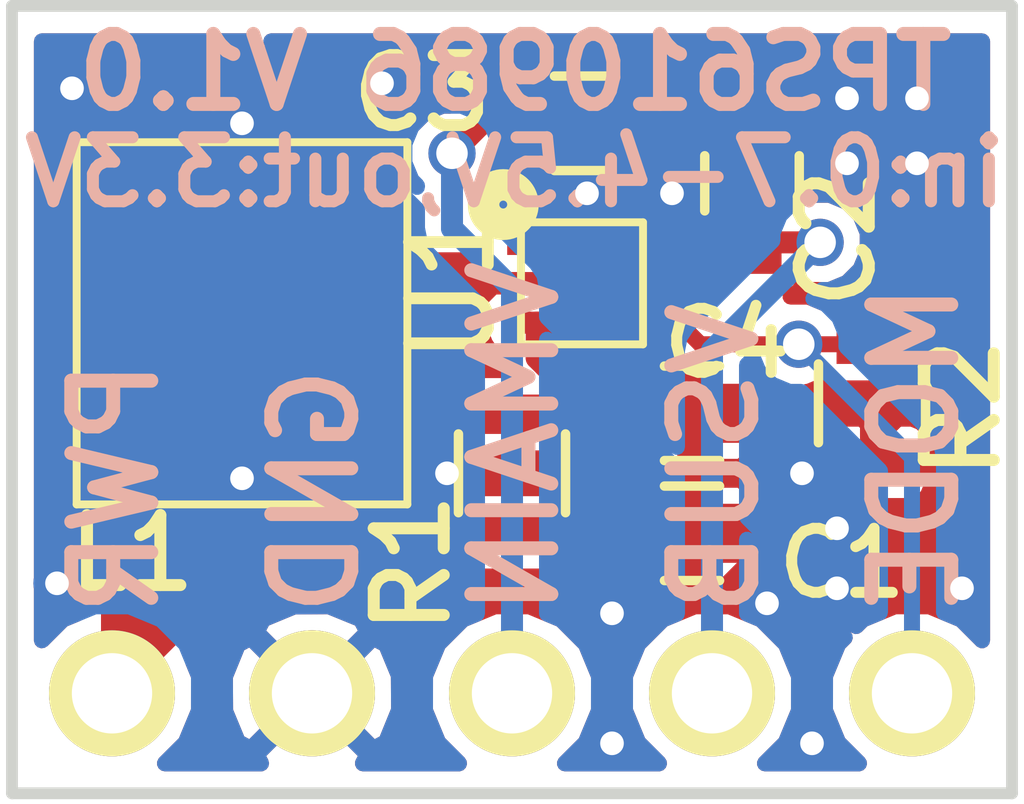
<source format=kicad_pcb>
(kicad_pcb (version 4) (host pcbnew 4.0.1-stable)

  (general
    (links 40)
    (no_connects 0)
    (area 49.924999 139.924999 62.775001 150.075001)
    (thickness 1.6)
    (drawings 11)
    (tracks 99)
    (zones 0)
    (modules 29)
    (nets 8)
  )

  (page A4)
  (layers
    (0 F.Cu signal)
    (31 B.Cu signal)
    (32 B.Adhes user)
    (33 F.Adhes user)
    (34 B.Paste user)
    (35 F.Paste user)
    (36 B.SilkS user)
    (37 F.SilkS user)
    (38 B.Mask user)
    (39 F.Mask user)
    (40 Dwgs.User user)
    (41 Cmts.User user)
    (42 Eco1.User user)
    (43 Eco2.User user)
    (44 Edge.Cuts user)
    (45 Margin user)
    (46 B.CrtYd user)
    (47 F.CrtYd user)
    (48 B.Fab user)
    (49 F.Fab user hide)
  )

  (setup
    (last_trace_width 0.2032)
    (trace_clearance 0.1778)
    (zone_clearance 0.2032)
    (zone_45_only no)
    (trace_min 0.2)
    (segment_width 0.2)
    (edge_width 0.15)
    (via_size 0.6)
    (via_drill 0.4)
    (via_min_size 0.4)
    (via_min_drill 0.3)
    (uvia_size 0.3)
    (uvia_drill 0.1)
    (uvias_allowed no)
    (uvia_min_size 0.2)
    (uvia_min_drill 0.1)
    (pcb_text_width 0.3)
    (pcb_text_size 1.5 1.5)
    (mod_edge_width 0.15)
    (mod_text_size 1 1)
    (mod_text_width 0.15)
    (pad_size 0.6 0.6)
    (pad_drill 0.3)
    (pad_to_mask_clearance 0.2)
    (aux_axis_origin 0 0)
    (visible_elements 7FFFFF7F)
    (pcbplotparams
      (layerselection 0x010f0_80000001)
      (usegerberextensions true)
      (excludeedgelayer true)
      (linewidth 0.100000)
      (plotframeref false)
      (viasonmask false)
      (mode 1)
      (useauxorigin false)
      (hpglpennumber 1)
      (hpglpenspeed 20)
      (hpglpendiameter 15)
      (hpglpenoverlay 2)
      (psnegative false)
      (psa4output false)
      (plotreference true)
      (plotvalue true)
      (plotinvisibletext false)
      (padsonsilk false)
      (subtractmaskfromsilk true)
      (outputformat 1)
      (mirror false)
      (drillshape 0)
      (scaleselection 1)
      (outputdirectory gerber))
  )

  (net 0 "")
  (net 1 GND)
  (net 2 VCC)
  (net 3 +3.3VP)
  (net 4 +3V3)
  (net 5 "Net-(C4-Pad1)")
  (net 6 "Net-(L1-Pad2)")
  (net 7 /MODE)

  (net_class Default "これは標準のネット クラスです。"
    (clearance 0.1778)
    (trace_width 0.2032)
    (via_dia 0.6)
    (via_drill 0.4)
    (uvia_dia 0.3)
    (uvia_drill 0.1)
    (add_net /MODE)
  )

  (net_class Power ""
    (clearance 0.1778)
    (trace_width 0.2794)
    (via_dia 0.6)
    (via_drill 0.4)
    (uvia_dia 0.3)
    (uvia_drill 0.1)
    (add_net +3.3VP)
    (add_net +3V3)
    (add_net GND)
    (add_net "Net-(C4-Pad1)")
    (add_net "Net-(L1-Pad2)")
    (add_net VCC)
  )

  (module user:USER_GNDvia (layer F.Cu) (tedit 5A0AF1A5) (tstamp 5A0BFCDB)
    (at 55.5245 145.936)
    (fp_text reference 34 (at 0 0.5) (layer F.Fab) hide
      (effects (font (size 0.127 0.127) (thickness 0.03175)))
    )
    (fp_text value "" (at 0 -0.5) (layer F.Fab) hide
      (effects (font (size 0.127 0.127) (thickness 0.03175)))
    )
    (pad "" thru_hole circle (at 0 0) (size 0.6 0.6) (drill 0.3) (layers *.Cu)
      (net 1 GND) (solder_mask_margin -0.000001) (clearance -0.000001) (zone_connect 2))
  )

  (module user:USER_GNDvia (layer F.Cu) (tedit 5A0AF1A5) (tstamp 5A0BFC49)
    (at 57.62 149.365)
    (fp_text reference 55 (at 0 0.5) (layer F.Fab) hide
      (effects (font (size 0.127 0.127) (thickness 0.03175)))
    )
    (fp_text value "" (at 0 -0.5) (layer F.Fab) hide
      (effects (font (size 0.127 0.127) (thickness 0.03175)))
    )
    (pad "" thru_hole circle (at 0 0) (size 0.6 0.6) (drill 0.3) (layers *.Cu)
      (net 1 GND) (solder_mask_margin -0.000001) (clearance -0.000001) (zone_connect 2))
  )

  (module user:USER_GNDvia (layer F.Cu) (tedit 5A0AF1A5) (tstamp 5A0BFC45)
    (at 59.5885 147.587)
    (fp_text reference 45 (at 0 0.5) (layer F.Fab) hide
      (effects (font (size 0.127 0.127) (thickness 0.03175)))
    )
    (fp_text value "" (at 0 -0.5) (layer F.Fab) hide
      (effects (font (size 0.127 0.127) (thickness 0.03175)))
    )
    (pad "" thru_hole circle (at 0 0) (size 0.6 0.6) (drill 0.3) (layers *.Cu)
      (net 1 GND) (solder_mask_margin -0.000001) (clearance -0.000001) (zone_connect 2))
  )

  (module user:USER_GNDvia (layer F.Cu) (tedit 5A0AF1A5) (tstamp 5A0BFC41)
    (at 50.762 141.0465)
    (fp_text reference 35 (at 0 0.5) (layer F.Fab) hide
      (effects (font (size 0.127 0.127) (thickness 0.03175)))
    )
    (fp_text value "" (at 0 -0.5) (layer F.Fab) hide
      (effects (font (size 0.127 0.127) (thickness 0.03175)))
    )
    (pad "" thru_hole circle (at 0 0) (size 0.6 0.6) (drill 0.3) (layers *.Cu)
      (net 1 GND) (solder_mask_margin -0.000001) (clearance -0.000001) (zone_connect 2))
  )

  (module user:USER_GNDvia (layer F.Cu) (tedit 5A0AF1A5) (tstamp 5A0BFC3D)
    (at 62.065 147.3965)
    (fp_text reference 25 (at 0 0.5) (layer F.Fab) hide
      (effects (font (size 0.127 0.127) (thickness 0.03175)))
    )
    (fp_text value "" (at 0 -0.5) (layer F.Fab) hide
      (effects (font (size 0.127 0.127) (thickness 0.03175)))
    )
    (pad "" thru_hole circle (at 0 0) (size 0.6 0.6) (drill 0.3) (layers *.Cu)
      (net 1 GND) (solder_mask_margin -0.000001) (clearance -0.000001) (zone_connect 2))
  )

  (module user:USER_GNDvia (layer F.Cu) (tedit 5A0AF1A5) (tstamp 5A0BFC39)
    (at 60.4775 147.3965)
    (fp_text reference 15 (at 0 0.5) (layer F.Fab) hide
      (effects (font (size 0.127 0.127) (thickness 0.03175)))
    )
    (fp_text value "" (at 0 -0.5) (layer F.Fab) hide
      (effects (font (size 0.127 0.127) (thickness 0.03175)))
    )
    (pad "" thru_hole circle (at 0 0) (size 0.6 0.6) (drill 0.3) (layers *.Cu)
      (net 1 GND) (solder_mask_margin -0.000001) (clearance -0.000001) (zone_connect 2))
  )

  (module user:USER_GNDvia (layer F.Cu) (tedit 5A0AF1A5) (tstamp 5A0BFC35)
    (at 52.921 141.491)
    (fp_text reference 54 (at 0 0.5) (layer F.Fab) hide
      (effects (font (size 0.127 0.127) (thickness 0.03175)))
    )
    (fp_text value "" (at 0 -0.5) (layer F.Fab) hide
      (effects (font (size 0.127 0.127) (thickness 0.03175)))
    )
    (pad "" thru_hole circle (at 0 0) (size 0.6 0.6) (drill 0.3) (layers *.Cu)
      (net 1 GND) (solder_mask_margin -0.000001) (clearance -0.000001) (zone_connect 2))
  )

  (module user:USER_GNDvia (layer F.Cu) (tedit 5A0AF1A5) (tstamp 5A0BFC31)
    (at 60.16 149.365)
    (fp_text reference 44 (at 0 0.5) (layer F.Fab) hide
      (effects (font (size 0.127 0.127) (thickness 0.03175)))
    )
    (fp_text value "" (at 0 -0.5) (layer F.Fab) hide
      (effects (font (size 0.127 0.127) (thickness 0.03175)))
    )
    (pad "" thru_hole circle (at 0 0) (size 0.6 0.6) (drill 0.3) (layers *.Cu)
      (net 1 GND) (solder_mask_margin -0.000001) (clearance -0.000001) (zone_connect 2))
  )

  (module user:USER_GNDvia (layer F.Cu) (tedit 5A0AF1A5) (tstamp 5A0BFC2D)
    (at 60.4775 146.6345)
    (fp_text reference 34 (at 0 0.5) (layer F.Fab) hide
      (effects (font (size 0.127 0.127) (thickness 0.03175)))
    )
    (fp_text value "" (at 0 -0.5) (layer F.Fab) hide
      (effects (font (size 0.127 0.127) (thickness 0.03175)))
    )
    (pad "" thru_hole circle (at 0 0) (size 0.6 0.6) (drill 0.3) (layers *.Cu)
      (net 1 GND) (solder_mask_margin -0.000001) (clearance -0.000001) (zone_connect 2))
  )

  (module user:USER_GNDvia (layer F.Cu) (tedit 5A0AF1A5) (tstamp 5A0BFC29)
    (at 60.6045 141.999)
    (fp_text reference 24 (at 0 0.5) (layer F.Fab) hide
      (effects (font (size 0.127 0.127) (thickness 0.03175)))
    )
    (fp_text value "" (at 0 -0.5) (layer F.Fab) hide
      (effects (font (size 0.127 0.127) (thickness 0.03175)))
    )
    (pad "" thru_hole circle (at 0 0) (size 0.6 0.6) (drill 0.3) (layers *.Cu)
      (net 1 GND) (solder_mask_margin -0.000001) (clearance -0.000001) (zone_connect 2))
  )

  (module user:USER_GNDvia (layer F.Cu) (tedit 5A0AF1A5) (tstamp 5A0BFC25)
    (at 61.4935 141.1735)
    (fp_text reference 14 (at 0 0.5) (layer F.Fab) hide
      (effects (font (size 0.127 0.127) (thickness 0.03175)))
    )
    (fp_text value "" (at 0 -0.5) (layer F.Fab) hide
      (effects (font (size 0.127 0.127) (thickness 0.03175)))
    )
    (pad "" thru_hole circle (at 0 0) (size 0.6 0.6) (drill 0.3) (layers *.Cu)
      (net 1 GND) (solder_mask_margin -0.000001) (clearance -0.000001) (zone_connect 2))
  )

  (module user:USER_GNDvia (layer F.Cu) (tedit 5A0AF1A5) (tstamp 5A0BFC19)
    (at 54.699 140.983)
    (fp_text reference 33 (at 0 0.5) (layer F.Fab) hide
      (effects (font (size 0.127 0.127) (thickness 0.03175)))
    )
    (fp_text value "" (at 0 -0.5) (layer F.Fab) hide
      (effects (font (size 0.127 0.127) (thickness 0.03175)))
    )
    (pad "" thru_hole circle (at 0 0) (size 0.6 0.6) (drill 0.3) (layers *.Cu)
      (net 1 GND) (solder_mask_margin -0.000001) (clearance -0.000001) (zone_connect 2))
  )

  (module user:USER_GNDvia (layer F.Cu) (tedit 5A0AF1A5) (tstamp 5A0BFC15)
    (at 61.4935 141.999)
    (fp_text reference 23 (at 0 0.5) (layer F.Fab) hide
      (effects (font (size 0.127 0.127) (thickness 0.03175)))
    )
    (fp_text value "" (at 0 -0.5) (layer F.Fab) hide
      (effects (font (size 0.127 0.127) (thickness 0.03175)))
    )
    (pad "" thru_hole circle (at 0 0) (size 0.6 0.6) (drill 0.3) (layers *.Cu)
      (net 1 GND) (solder_mask_margin -0.000001) (clearance -0.000001) (zone_connect 2))
  )

  (module user:USER_GNDvia (layer F.Cu) (tedit 5A0AF1A5) (tstamp 5A0BFC11)
    (at 60.6045 141.1735)
    (fp_text reference 13 (at 0 0.5) (layer F.Fab) hide
      (effects (font (size 0.127 0.127) (thickness 0.03175)))
    )
    (fp_text value "" (at 0 -0.5) (layer F.Fab) hide
      (effects (font (size 0.127 0.127) (thickness 0.03175)))
    )
    (pad "" thru_hole circle (at 0 0) (size 0.6 0.6) (drill 0.3) (layers *.Cu)
      (net 1 GND) (solder_mask_margin -0.000001) (clearance -0.000001) (zone_connect 2))
  )

  (module user:USER_GNDvia (layer F.Cu) (tedit 5A0AF1A5) (tstamp 5A0BFC05)
    (at 60.033 145.936)
    (fp_text reference 32 (at 0 0.5) (layer F.Fab) hide
      (effects (font (size 0.127 0.127) (thickness 0.03175)))
    )
    (fp_text value "" (at 0 -0.5) (layer F.Fab) hide
      (effects (font (size 0.127 0.127) (thickness 0.03175)))
    )
    (pad "" thru_hole circle (at 0 0) (size 0.6 0.6) (drill 0.3) (layers *.Cu)
      (net 1 GND) (solder_mask_margin -0.000001) (clearance -0.000001) (zone_connect 2))
  )

  (module user:USER_GNDvia (layer F.Cu) (tedit 5A0AF1A5) (tstamp 5A0BFC01)
    (at 52.921 145.9995)
    (fp_text reference 22 (at 0 0.5) (layer F.Fab) hide
      (effects (font (size 0.127 0.127) (thickness 0.03175)))
    )
    (fp_text value "" (at 0 -0.5) (layer F.Fab) hide
      (effects (font (size 0.127 0.127) (thickness 0.03175)))
    )
    (pad "" thru_hole circle (at 0 0) (size 0.6 0.6) (drill 0.3) (layers *.Cu)
      (net 1 GND) (solder_mask_margin -0.000001) (clearance -0.000001) (zone_connect 2))
  )

  (module user:USER_GNDvia (layer F.Cu) (tedit 5A0AF1A5) (tstamp 5A0BFBFD)
    (at 57.3025 142.38)
    (fp_text reference 12 (at 0 0.5) (layer F.Fab) hide
      (effects (font (size 0.127 0.127) (thickness 0.03175)))
    )
    (fp_text value "" (at 0 -0.5) (layer F.Fab) hide
      (effects (font (size 0.127 0.127) (thickness 0.03175)))
    )
    (pad "" thru_hole circle (at 0 0) (size 0.6 0.6) (drill 0.3) (layers *.Cu)
      (net 1 GND) (solder_mask_margin -0.000001) (clearance -0.000001) (zone_connect 2))
  )

  (module user:USER_GNDvia (layer F.Cu) (tedit 5A0AF1A5) (tstamp 5A0BFBF1)
    (at 57.62 147.714)
    (fp_text reference 31 (at 0 0.5) (layer F.Fab) hide
      (effects (font (size 0.127 0.127) (thickness 0.03175)))
    )
    (fp_text value "" (at 0 -0.5) (layer F.Fab) hide
      (effects (font (size 0.127 0.127) (thickness 0.03175)))
    )
    (pad "" thru_hole circle (at 0 0) (size 0.6 0.6) (drill 0.3) (layers *.Cu)
      (net 1 GND) (solder_mask_margin -0.000001) (clearance -0.000001) (zone_connect 2))
  )

  (module user:USER_GNDvia (layer F.Cu) (tedit 5A0AF1A5) (tstamp 5A0BFBED)
    (at 50.5715 147.333)
    (fp_text reference 21 (at 0 0.5) (layer F.Fab) hide
      (effects (font (size 0.127 0.127) (thickness 0.03175)))
    )
    (fp_text value "" (at 0 -0.5) (layer F.Fab) hide
      (effects (font (size 0.127 0.127) (thickness 0.03175)))
    )
    (pad "" thru_hole circle (at 0 0) (size 0.6 0.6) (drill 0.3) (layers *.Cu)
      (net 1 GND) (solder_mask_margin -0.000001) (clearance -0.000001) (zone_connect 2))
  )

  (module Capacitors_SMD:C_0603 (layer F.Cu) (tedit 5A0AEE0F) (tstamp 5A0BB295)
    (at 58.636 146.698)
    (descr "Capacitor SMD 0603, reflow soldering, AVX (see smccp.pdf)")
    (tags "capacitor 0603")
    (path /5A0AEE2E)
    (attr smd)
    (fp_text reference C1 (at 1.905 0.381) (layer F.SilkS)
      (effects (font (size 0.8128 0.8128) (thickness 0.1397)))
    )
    (fp_text value 10u (at 0 1.5) (layer F.Fab) hide
      (effects (font (size 1 1) (thickness 0.15)))
    )
    (fp_line (start 1.4 0.65) (end -1.4 0.65) (layer F.CrtYd) (width 0.05))
    (fp_line (start 1.4 0.65) (end 1.4 -0.65) (layer F.CrtYd) (width 0.05))
    (fp_line (start -1.4 -0.65) (end -1.4 0.65) (layer F.CrtYd) (width 0.05))
    (fp_line (start -1.4 -0.65) (end 1.4 -0.65) (layer F.CrtYd) (width 0.05))
    (fp_line (start 0.35 0.6) (end -0.35 0.6) (layer F.SilkS) (width 0.12))
    (fp_line (start -0.35 -0.6) (end 0.35 -0.6) (layer F.SilkS) (width 0.12))
    (fp_line (start -0.8 -0.4) (end 0.8 -0.4) (layer F.Fab) (width 0.1))
    (fp_line (start 0.8 -0.4) (end 0.8 0.4) (layer F.Fab) (width 0.1))
    (fp_line (start 0.8 0.4) (end -0.8 0.4) (layer F.Fab) (width 0.1))
    (fp_line (start -0.8 0.4) (end -0.8 -0.4) (layer F.Fab) (width 0.1))
    (fp_text user %R (at 0 0) (layer F.Fab)
      (effects (font (size 0.3 0.3) (thickness 0.075)))
    )
    (pad 2 smd rect (at 0.75 0) (size 0.8 0.75) (layers F.Cu F.Paste F.Mask)
      (net 1 GND))
    (pad 1 smd rect (at -0.75 0) (size 0.8 0.75) (layers F.Cu F.Paste F.Mask)
      (net 2 VCC))
    (model Capacitors_SMD.3dshapes/C_0603.wrl
      (at (xyz 0 0 0))
      (scale (xyz 1 1 1))
      (rotate (xyz 0 0 0))
    )
  )

  (module Capacitors_SMD:C_0603 (layer F.Cu) (tedit 5A0AF8BB) (tstamp 5A0BB2A6)
    (at 59.398 142.253 90)
    (descr "Capacitor SMD 0603, reflow soldering, AVX (see smccp.pdf)")
    (tags "capacitor 0603")
    (path /5A0AF5BC)
    (attr smd)
    (fp_text reference C2 (at -0.6985 1.0795 270) (layer F.SilkS)
      (effects (font (size 0.889 0.889) (thickness 0.1524)))
    )
    (fp_text value 1u (at 0 1.5 90) (layer F.Fab) hide
      (effects (font (size 1 1) (thickness 0.15)))
    )
    (fp_line (start 1.4 0.65) (end -1.4 0.65) (layer F.CrtYd) (width 0.05))
    (fp_line (start 1.4 0.65) (end 1.4 -0.65) (layer F.CrtYd) (width 0.05))
    (fp_line (start -1.4 -0.65) (end -1.4 0.65) (layer F.CrtYd) (width 0.05))
    (fp_line (start -1.4 -0.65) (end 1.4 -0.65) (layer F.CrtYd) (width 0.05))
    (fp_line (start 0.35 0.6) (end -0.35 0.6) (layer F.SilkS) (width 0.12))
    (fp_line (start -0.35 -0.6) (end 0.35 -0.6) (layer F.SilkS) (width 0.12))
    (fp_line (start -0.8 -0.4) (end 0.8 -0.4) (layer F.Fab) (width 0.1))
    (fp_line (start 0.8 -0.4) (end 0.8 0.4) (layer F.Fab) (width 0.1))
    (fp_line (start 0.8 0.4) (end -0.8 0.4) (layer F.Fab) (width 0.1))
    (fp_line (start -0.8 0.4) (end -0.8 -0.4) (layer F.Fab) (width 0.1))
    (fp_text user %R (at 0 0 90) (layer F.Fab)
      (effects (font (size 0.3 0.3) (thickness 0.075)))
    )
    (pad 2 smd rect (at 0.75 0 90) (size 0.8 0.75) (layers F.Cu F.Paste F.Mask)
      (net 1 GND))
    (pad 1 smd rect (at -0.75 0 90) (size 0.8 0.75) (layers F.Cu F.Paste F.Mask)
      (net 3 +3.3VP))
    (model Capacitors_SMD.3dshapes/C_0603.wrl
      (at (xyz 0 0 0))
      (scale (xyz 1 1 1))
      (rotate (xyz 0 0 0))
    )
  )

  (module Capacitors_SMD:C_0603 (layer F.Cu) (tedit 5A0AEE18) (tstamp 5A0BB2B7)
    (at 57.239 141.491)
    (descr "Capacitor SMD 0603, reflow soldering, AVX (see smccp.pdf)")
    (tags "capacitor 0603")
    (path /5A0B24F4)
    (attr smd)
    (fp_text reference C3 (at -2.032 -0.381 180) (layer F.SilkS)
      (effects (font (size 0.889 0.889) (thickness 0.1524)))
    )
    (fp_text value 10u (at 0 1.5) (layer F.Fab) hide
      (effects (font (size 1 1) (thickness 0.15)))
    )
    (fp_line (start 1.4 0.65) (end -1.4 0.65) (layer F.CrtYd) (width 0.05))
    (fp_line (start 1.4 0.65) (end 1.4 -0.65) (layer F.CrtYd) (width 0.05))
    (fp_line (start -1.4 -0.65) (end -1.4 0.65) (layer F.CrtYd) (width 0.05))
    (fp_line (start -1.4 -0.65) (end 1.4 -0.65) (layer F.CrtYd) (width 0.05))
    (fp_line (start 0.35 0.6) (end -0.35 0.6) (layer F.SilkS) (width 0.12))
    (fp_line (start -0.35 -0.6) (end 0.35 -0.6) (layer F.SilkS) (width 0.12))
    (fp_line (start -0.8 -0.4) (end 0.8 -0.4) (layer F.Fab) (width 0.1))
    (fp_line (start 0.8 -0.4) (end 0.8 0.4) (layer F.Fab) (width 0.1))
    (fp_line (start 0.8 0.4) (end -0.8 0.4) (layer F.Fab) (width 0.1))
    (fp_line (start -0.8 0.4) (end -0.8 -0.4) (layer F.Fab) (width 0.1))
    (fp_text user %R (at 0 0) (layer F.Fab)
      (effects (font (size 0.3 0.3) (thickness 0.075)))
    )
    (pad 2 smd rect (at 0.75 0) (size 0.8 0.75) (layers F.Cu F.Paste F.Mask)
      (net 1 GND))
    (pad 1 smd rect (at -0.75 0) (size 0.8 0.75) (layers F.Cu F.Paste F.Mask)
      (net 4 +3V3))
    (model Capacitors_SMD.3dshapes/C_0603.wrl
      (at (xyz 0 0 0))
      (scale (xyz 1 1 1))
      (rotate (xyz 0 0 0))
    )
  )

  (module Capacitors_SMD:C_0603 (layer F.Cu) (tedit 5A0AF8C7) (tstamp 5A0BB2C8)
    (at 58.636 145.174)
    (descr "Capacitor SMD 0603, reflow soldering, AVX (see smccp.pdf)")
    (tags "capacitor 0603")
    (path /5A0AF2BE)
    (attr smd)
    (fp_text reference C4 (at 0.4445 -0.889) (layer F.SilkS)
      (effects (font (size 0.8128 0.8128) (thickness 0.1397)))
    )
    (fp_text value 0.1u (at 0 1.5) (layer F.Fab) hide
      (effects (font (size 1 1) (thickness 0.15)))
    )
    (fp_line (start 1.4 0.65) (end -1.4 0.65) (layer F.CrtYd) (width 0.05))
    (fp_line (start 1.4 0.65) (end 1.4 -0.65) (layer F.CrtYd) (width 0.05))
    (fp_line (start -1.4 -0.65) (end -1.4 0.65) (layer F.CrtYd) (width 0.05))
    (fp_line (start -1.4 -0.65) (end 1.4 -0.65) (layer F.CrtYd) (width 0.05))
    (fp_line (start 0.35 0.6) (end -0.35 0.6) (layer F.SilkS) (width 0.12))
    (fp_line (start -0.35 -0.6) (end 0.35 -0.6) (layer F.SilkS) (width 0.12))
    (fp_line (start -0.8 -0.4) (end 0.8 -0.4) (layer F.Fab) (width 0.1))
    (fp_line (start 0.8 -0.4) (end 0.8 0.4) (layer F.Fab) (width 0.1))
    (fp_line (start 0.8 0.4) (end -0.8 0.4) (layer F.Fab) (width 0.1))
    (fp_line (start -0.8 0.4) (end -0.8 -0.4) (layer F.Fab) (width 0.1))
    (fp_text user %R (at 0 0) (layer F.Fab)
      (effects (font (size 0.3 0.3) (thickness 0.075)))
    )
    (pad 2 smd rect (at 0.75 0) (size 0.8 0.75) (layers F.Cu F.Paste F.Mask)
      (net 1 GND))
    (pad 1 smd rect (at -0.75 0) (size 0.8 0.75) (layers F.Cu F.Paste F.Mask)
      (net 5 "Net-(C4-Pad1)"))
    (model Capacitors_SMD.3dshapes/C_0603.wrl
      (at (xyz 0 0 0))
      (scale (xyz 1 1 1))
      (rotate (xyz 0 0 0))
    )
  )

  (module user:USER_L_SPD3D16 (layer F.Cu) (tedit 5A0AEE03) (tstamp 5A0BB2D7)
    (at 52.921 144.031 270)
    (descr "Inductor,TDK, TDK-VLP-8040, 8.6mmx8.6mm")
    (tags "inductor TDK VLP smd VLP8040")
    (path /5A0AE53E)
    (attr smd)
    (fp_text reference L1 (at 2.921 1.397 360) (layer F.SilkS)
      (effects (font (size 0.889 0.889) (thickness 0.1524)))
    )
    (fp_text value 4.7u (at 0 3 270) (layer F.Fab) hide
      (effects (font (size 1 1) (thickness 0.15)))
    )
    (fp_line (start -2.3 -2.1) (end -2.3 2.1) (layer F.SilkS) (width 0.1))
    (fp_line (start -2.3 2.1) (end 2.3 2.1) (layer F.SilkS) (width 0.1))
    (fp_line (start 2.3 2.1) (end 2.3 -2.1) (layer F.SilkS) (width 0.1))
    (fp_line (start 2.3 -2.1) (end -2.3 -2.1) (layer F.SilkS) (width 0.1))
    (fp_circle (center 0 0) (end 1.95 0) (layer F.Fab) (width 0.1))
    (fp_line (start -2.1 1.95) (end 2.1 1.95) (layer F.Fab) (width 0.1))
    (fp_line (start 2.1 1.95) (end 2.1 -1.95) (layer F.Fab) (width 0.1))
    (fp_line (start 2.1 -1.95) (end -2.1 -1.95) (layer F.Fab) (width 0.1))
    (fp_line (start -2.1 -1.95) (end -2.1 1.95) (layer F.Fab) (width 0.1))
    (pad 1 smd rect (at 0 1.3 270) (size 4.5 1.4) (layers F.Cu F.Paste F.Mask)
      (net 2 VCC))
    (pad 2 smd rect (at 0 -1.3 270) (size 4.5 1.4) (layers F.Cu F.Paste F.Mask)
      (net 6 "Net-(L1-Pad2)"))
  )

  (module user:USER_SIL-5_NoSilk (layer F.Cu) (tedit 5A0AE3C3) (tstamp 5A0BB2E4)
    (at 56.35 148.73)
    (descr "Connecteur 3 pins")
    (tags "CONN DEV")
    (path /5A0AFC12)
    (fp_text reference P1 (at 0 -2.032) (layer F.SilkS) hide
      (effects (font (size 1.016 1.016) (thickness 0.1778)))
    )
    (fp_text value PinHeader (at 0 2.54) (layer F.SilkS) hide
      (effects (font (size 1.016 1.016) (thickness 0.1778)))
    )
    (fp_line (start -6.35 1.27) (end -6.35 -1.27) (layer F.Fab) (width 0.3048))
    (fp_line (start -6.35 -1.27) (end 6.35 -1.27) (layer F.Fab) (width 0.3048))
    (fp_line (start 6.35 -1.27) (end 6.35 1.27) (layer F.Fab) (width 0.3048))
    (fp_line (start 6.35 1.27) (end -6.35 1.27) (layer F.Fab) (width 0.3048))
    (pad 1 thru_hole circle (at -5.08 0) (size 1.6 1.6) (drill 1.02) (layers *.Cu *.Mask F.SilkS)
      (net 2 VCC))
    (pad 2 thru_hole circle (at -2.54 0) (size 1.6 1.6) (drill 1.02) (layers *.Cu *.Mask F.SilkS)
      (net 1 GND))
    (pad 3 thru_hole circle (at 0 0) (size 1.6 1.6) (drill 1.02) (layers *.Cu *.Mask F.SilkS)
      (net 4 +3V3))
    (pad 4 thru_hole circle (at 2.54 0) (size 1.6 1.6) (drill 1.02) (layers *.Cu *.Mask F.SilkS)
      (net 3 +3.3VP))
    (pad 5 thru_hole circle (at 5.08 0) (size 1.6 1.6) (drill 1.02) (layers *.Cu *.Mask F.SilkS)
      (net 7 /MODE))
  )

  (module Resistors_SMD:R_0603 (layer F.Cu) (tedit 5A0AEDFC) (tstamp 5A0BB2F5)
    (at 56.35 145.936 90)
    (descr "Resistor SMD 0603, reflow soldering, Vishay (see dcrcw.pdf)")
    (tags "resistor 0603")
    (path /5A0AE79D)
    (attr smd)
    (fp_text reference R1 (at -1.143 -1.27 270) (layer F.SilkS)
      (effects (font (size 0.889 0.889) (thickness 0.1524)))
    )
    (fp_text value 390 (at 0 1.5 90) (layer F.Fab) hide
      (effects (font (size 1 1) (thickness 0.15)))
    )
    (fp_text user %R (at 0 0 90) (layer F.Fab)
      (effects (font (size 0.4 0.4) (thickness 0.075)))
    )
    (fp_line (start -0.8 0.4) (end -0.8 -0.4) (layer F.Fab) (width 0.1))
    (fp_line (start 0.8 0.4) (end -0.8 0.4) (layer F.Fab) (width 0.1))
    (fp_line (start 0.8 -0.4) (end 0.8 0.4) (layer F.Fab) (width 0.1))
    (fp_line (start -0.8 -0.4) (end 0.8 -0.4) (layer F.Fab) (width 0.1))
    (fp_line (start 0.5 0.68) (end -0.5 0.68) (layer F.SilkS) (width 0.12))
    (fp_line (start -0.5 -0.68) (end 0.5 -0.68) (layer F.SilkS) (width 0.12))
    (fp_line (start -1.25 -0.7) (end 1.25 -0.7) (layer F.CrtYd) (width 0.05))
    (fp_line (start -1.25 -0.7) (end -1.25 0.7) (layer F.CrtYd) (width 0.05))
    (fp_line (start 1.25 0.7) (end 1.25 -0.7) (layer F.CrtYd) (width 0.05))
    (fp_line (start 1.25 0.7) (end -1.25 0.7) (layer F.CrtYd) (width 0.05))
    (pad 1 smd rect (at -0.75 0 90) (size 0.5 0.9) (layers F.Cu F.Paste F.Mask)
      (net 2 VCC))
    (pad 2 smd rect (at 0.75 0 90) (size 0.5 0.9) (layers F.Cu F.Paste F.Mask)
      (net 5 "Net-(C4-Pad1)"))
    (model ${KISYS3DMOD}/Resistors_SMD.3dshapes/R_0603.wrl
      (at (xyz 0 0 0))
      (scale (xyz 1 1 1))
      (rotate (xyz 0 0 0))
    )
  )

  (module Resistors_SMD:R_0603 (layer F.Cu) (tedit 5A0AF868) (tstamp 5A0BB306)
    (at 60.922 145.047 270)
    (descr "Resistor SMD 0603, reflow soldering, Vishay (see dcrcw.pdf)")
    (tags "resistor 0603")
    (path /5A0B0900)
    (attr smd)
    (fp_text reference R2 (at 0.0635 -1.143 450) (layer F.SilkS)
      (effects (font (size 0.889 0.889) (thickness 0.1524)))
    )
    (fp_text value 1M (at 0 1.5 270) (layer F.Fab) hide
      (effects (font (size 1 1) (thickness 0.15)))
    )
    (fp_text user %R (at 0 0 270) (layer F.Fab)
      (effects (font (size 0.4 0.4) (thickness 0.075)))
    )
    (fp_line (start -0.8 0.4) (end -0.8 -0.4) (layer F.Fab) (width 0.1))
    (fp_line (start 0.8 0.4) (end -0.8 0.4) (layer F.Fab) (width 0.1))
    (fp_line (start 0.8 -0.4) (end 0.8 0.4) (layer F.Fab) (width 0.1))
    (fp_line (start -0.8 -0.4) (end 0.8 -0.4) (layer F.Fab) (width 0.1))
    (fp_line (start 0.5 0.68) (end -0.5 0.68) (layer F.SilkS) (width 0.12))
    (fp_line (start -0.5 -0.68) (end 0.5 -0.68) (layer F.SilkS) (width 0.12))
    (fp_line (start -1.25 -0.7) (end 1.25 -0.7) (layer F.CrtYd) (width 0.05))
    (fp_line (start -1.25 -0.7) (end -1.25 0.7) (layer F.CrtYd) (width 0.05))
    (fp_line (start 1.25 0.7) (end 1.25 -0.7) (layer F.CrtYd) (width 0.05))
    (fp_line (start 1.25 0.7) (end -1.25 0.7) (layer F.CrtYd) (width 0.05))
    (pad 1 smd rect (at -0.75 0 270) (size 0.5 0.9) (layers F.Cu F.Paste F.Mask)
      (net 7 /MODE))
    (pad 2 smd rect (at 0.75 0 270) (size 0.5 0.9) (layers F.Cu F.Paste F.Mask)
      (net 1 GND))
    (model ${KISYS3DMOD}/Resistors_SMD.3dshapes/R_0603.wrl
      (at (xyz 0 0 0))
      (scale (xyz 1 1 1))
      (rotate (xyz 0 0 0))
    )
  )

  (module user:USER_GNDvia (layer F.Cu) (tedit 5A0AF1A5) (tstamp 5A0BFBDE)
    (at 58.382 142.38)
    (fp_text reference 11 (at 0 0.5) (layer F.Fab) hide
      (effects (font (size 0.127 0.127) (thickness 0.03175)))
    )
    (fp_text value "" (at 0 -0.5) (layer F.Fab) hide
      (effects (font (size 0.127 0.127) (thickness 0.03175)))
    )
    (pad "" thru_hole circle (at 0 0) (size 0.6 0.6) (drill 0.3) (layers *.Cu)
      (net 1 GND) (solder_mask_margin -0.000001) (clearance -0.000001) (zone_connect 2))
  )

  (module user:USER_Boost_TPS61098x (layer F.Cu) (tedit 5A0C4A62) (tstamp 5A0C4B81)
    (at 57.239 143.523 270)
    (path /5A0AE4B1)
    (fp_text reference U1 (at 0 1.651 270) (layer F.SilkS)
      (effects (font (size 1 1) (thickness 0.15)))
    )
    (fp_text value TPS610986 (at 0 -2.032 270) (layer F.Fab) hide
      (effects (font (size 1 1) (thickness 0.15)))
    )
    (fp_circle (center -1 1) (end -0.75 1) (layer F.SilkS) (width 0.4))
    (fp_line (start -0.775 0.775) (end 0.775 0.775) (layer F.SilkS) (width 0.1))
    (fp_line (start 0.775 0.775) (end 0.775 -0.775) (layer F.SilkS) (width 0.1))
    (fp_line (start 0.775 -0.775) (end -0.775 -0.775) (layer F.SilkS) (width 0.1))
    (fp_line (start -0.775 -0.775) (end -0.775 0.775) (layer F.SilkS) (width 0.1))
    (pad 1 smd rect (at -0.5 0.575 270) (size 0.28 0.75) (layers F.Cu F.Paste F.Mask)
      (net 4 +3V3))
    (pad 2 smd rect (at 0 0.575 270) (size 0.28 0.75) (layers F.Cu F.Paste F.Mask)
      (net 6 "Net-(L1-Pad2)"))
    (pad 3 smd rect (at 0.5 0.575 270) (size 0.28 0.75) (layers F.Cu F.Paste F.Mask)
      (net 5 "Net-(C4-Pad1)"))
    (pad 4 smd rect (at 0.5 -0.575 270) (size 0.28 0.75) (layers F.Cu F.Paste F.Mask)
      (net 7 /MODE))
    (pad 5 smd rect (at 0 -0.575 270) (size 0.28 0.75) (layers F.Cu F.Paste F.Mask)
      (net 3 +3.3VP))
    (pad 6 smd rect (at -0.5 -0.575 270) (size 0.28 0.75) (layers F.Cu F.Paste F.Mask)
      (net 1 GND))
    (pad 1 smd rect (at -0.45 0.15 270) (size 0.18 0.1) (layers F.Cu F.Paste F.Mask)
      (net 4 +3V3))
    (pad 1 smd rect (at -0.54 0.2 315) (size 0.14 0.14) (layers F.Cu F.Paste F.Mask)
      (net 4 +3V3))
  )

  (gr_text in:0.7-4.5V,out:3.3V (at 56.388 142.113) (layer B.SilkS)
    (effects (font (size 0.8128 0.8128) (thickness 0.1524)) (justify mirror))
  )
  (gr_text MODE (at 61.468 147.828 90) (layer B.SilkS)
    (effects (font (size 1.016 1.016) (thickness 0.1778)) (justify right mirror))
  )
  (gr_text VSUB (at 58.928 147.828 90) (layer B.SilkS)
    (effects (font (size 1.016 1.016) (thickness 0.1778)) (justify right mirror))
  )
  (gr_text PWR (at 51.308 147.828 90) (layer B.SilkS)
    (effects (font (size 1.016 1.016) (thickness 0.1778)) (justify right mirror))
  )
  (gr_text GND (at 53.848 147.828 90) (layer B.SilkS)
    (effects (font (size 1.016 1.016) (thickness 0.1778)) (justify right mirror))
  )
  (gr_text "TPS610986 V1.0" (at 56.388 140.843) (layer B.SilkS)
    (effects (font (size 0.889 0.889) (thickness 0.1778)) (justify mirror))
  )
  (gr_text VMAIN (at 56.388 147.828 90) (layer B.SilkS)
    (effects (font (size 1.016 1.016) (thickness 0.1778)) (justify right mirror))
  )
  (gr_line (start 62.7 140) (end 50 140) (angle 90) (layer Edge.Cuts) (width 0.15))
  (gr_line (start 62.7 150) (end 62.7 140) (angle 90) (layer Edge.Cuts) (width 0.15))
  (gr_line (start 50 150) (end 62.7 150) (angle 90) (layer Edge.Cuts) (width 0.15))
  (gr_line (start 50 140) (end 50 150) (angle 90) (layer Edge.Cuts) (width 0.15))

  (segment (start 59.386 146.698) (end 59.386 147.091) (width 0.2794) (layer F.Cu) (net 1))
  (segment (start 59.386 147.091) (end 59.0862 147.3908) (width 0.2794) (layer F.Cu) (net 1) (tstamp 5A0BBA1C))
  (segment (start 57.814 143.023) (end 57.755 143.023) (width 0.2794) (layer F.Cu) (net 1))
  (segment (start 57.755 143.023) (end 57.62 142.888) (width 0.2794) (layer F.Cu) (net 1) (tstamp 5A0BBA05))
  (segment (start 57.62 142.888) (end 57.62 141.86) (width 0.2794) (layer F.Cu) (net 1) (tstamp 5A0BBA06))
  (segment (start 57.62 141.86) (end 57.989 141.491) (width 0.2794) (layer F.Cu) (net 1) (tstamp 5A0BBA07))
  (segment (start 57.814 143.023) (end 57.814 142.193) (width 0.2794) (layer F.Cu) (net 1))
  (segment (start 57.747 142.126) (end 57.747 141.733) (width 0.2794) (layer F.Cu) (net 1) (tstamp 5A0BBA01))
  (segment (start 57.814 142.193) (end 57.747 142.126) (width 0.2794) (layer F.Cu) (net 1) (tstamp 5A0BBA00))
  (segment (start 57.747 141.733) (end 57.989 141.491) (width 0.2794) (layer F.Cu) (net 1) (tstamp 5A0BBA02))
  (segment (start 60.922 145.797) (end 60.009 145.797) (width 0.2794) (layer F.Cu) (net 1))
  (segment (start 60.009 145.797) (end 59.386 145.174) (width 0.2794) (layer F.Cu) (net 1) (tstamp 5A0BB9E9))
  (segment (start 59.386 146.698) (end 59.386 145.174) (width 0.2794) (layer F.Cu) (net 1))
  (segment (start 59.386 146.698) (end 59.386 146.5148) (width 0.2794) (layer F.Cu) (net 1))
  (segment (start 59.386 145.174) (end 59.652 145.174) (width 0.2794) (layer F.Cu) (net 1))
  (segment (start 60.922 145.797) (end 60.922 145.5131) (width 0.2794) (layer F.Cu) (net 1))
  (segment (start 60.922 145.5131) (end 61.2059 145.2292) (width 0.2794) (layer F.Cu) (net 1) (tstamp 5A0BB9A0))
  (segment (start 57.989 141.491) (end 57.989 142.848) (width 0.2794) (layer F.Cu) (net 1))
  (segment (start 57.989 142.848) (end 57.814 143.023) (width 0.2794) (layer F.Cu) (net 1) (tstamp 5A0BB99D))
  (segment (start 55.1492 147.3908) (end 59.0862 147.3908) (width 0.2794) (layer F.Cu) (net 1))
  (segment (start 53.81 148.73) (end 55.1492 147.3908) (width 0.2794) (layer F.Cu) (net 1))
  (segment (start 57.989 141.491) (end 58.7068 141.491) (width 0.2794) (layer F.Cu) (net 1))
  (segment (start 58.7188 141.503) (end 59.398 141.503) (width 0.2794) (layer F.Cu) (net 1))
  (segment (start 58.7068 141.491) (end 58.7188 141.503) (width 0.2794) (layer F.Cu) (net 1))
  (segment (start 61.6938 144.7413) (end 61.2059 145.2292) (width 0.2794) (layer F.Cu) (net 1))
  (segment (start 61.6938 143.106) (end 61.6938 144.7413) (width 0.2794) (layer F.Cu) (net 1))
  (segment (start 60.0908 141.503) (end 61.6938 143.106) (width 0.2794) (layer F.Cu) (net 1))
  (segment (start 59.398 141.503) (end 60.0908 141.503) (width 0.2794) (layer F.Cu) (net 1))
  (segment (start 51.27 148.73) (end 51.27 148.476) (width 0.2794) (layer F.Cu) (net 2))
  (segment (start 51.27 148.476) (end 52.032 147.714) (width 0.2794) (layer F.Cu) (net 2) (tstamp 5A0BB9FA))
  (segment (start 52.032 147.714) (end 52.032 144.442) (width 0.2794) (layer F.Cu) (net 2) (tstamp 5A0BB9FB))
  (segment (start 52.032 144.442) (end 51.621 144.031) (width 0.2794) (layer F.Cu) (net 2) (tstamp 5A0BB9FC))
  (segment (start 51.27 148.476) (end 51.778 147.968) (width 0.2794) (layer F.Cu) (net 2) (tstamp 5A0BB9F5))
  (segment (start 51.778 147.968) (end 51.778 144.188) (width 0.2794) (layer F.Cu) (net 2) (tstamp 5A0BB9F6))
  (segment (start 51.778 144.188) (end 51.621 144.031) (width 0.2794) (layer F.Cu) (net 2) (tstamp 5A0BB9F7))
  (segment (start 51.27 148.73) (end 51.27 148.095) (width 0.2794) (layer F.Cu) (net 2))
  (segment (start 51.27 148.095) (end 51.524 147.841) (width 0.2794) (layer F.Cu) (net 2) (tstamp 5A0BB9F0))
  (segment (start 51.524 147.841) (end 51.524 144.128) (width 0.2794) (layer F.Cu) (net 2) (tstamp 5A0BB9F1))
  (segment (start 51.524 144.128) (end 51.621 144.031) (width 0.2794) (layer F.Cu) (net 2) (tstamp 5A0BB9F2))
  (segment (start 51.27 148.73) (end 51.27 144.382) (width 0.2794) (layer F.Cu) (net 2))
  (segment (start 51.27 144.382) (end 51.621 144.031) (width 0.2794) (layer F.Cu) (net 2) (tstamp 5A0BB9ED))
  (segment (start 57.886 146.698) (end 57.1682 146.698) (width 0.2794) (layer F.Cu) (net 2))
  (segment (start 57.1562 146.686) (end 56.35 146.686) (width 0.2794) (layer F.Cu) (net 2))
  (segment (start 57.1682 146.698) (end 57.1562 146.686) (width 0.2794) (layer F.Cu) (net 2))
  (segment (start 53.314 146.686) (end 52.5111 147.4889) (width 0.2794) (layer F.Cu) (net 2))
  (segment (start 56.35 146.686) (end 53.314 146.686) (width 0.2794) (layer F.Cu) (net 2))
  (segment (start 52.5111 147.4889) (end 51.27 148.73) (width 0.2794) (layer F.Cu) (net 2))
  (segment (start 57.814 143.523) (end 58.382 143.523) (width 0.2794) (layer F.Cu) (net 3))
  (segment (start 58.763 143.269) (end 59.029 143.003) (width 0.2794) (layer F.Cu) (net 3) (tstamp 5A0BBA0C))
  (segment (start 58.636 143.269) (end 58.763 143.269) (width 0.2794) (layer F.Cu) (net 3) (tstamp 5A0BBA0B))
  (segment (start 58.382 143.523) (end 58.636 143.269) (width 0.2794) (layer F.Cu) (net 3) (tstamp 5A0BBA0A))
  (segment (start 59.029 143.003) (end 59.398 143.003) (width 0.2794) (layer F.Cu) (net 3) (tstamp 5A0BBA0D))
  (via (at 60.2632 143.003) (size 0.6) (layers F.Cu B.Cu) (net 3))
  (segment (start 57.814 143.523) (end 58.5068 143.523) (width 0.2794) (layer F.Cu) (net 3))
  (segment (start 58.878 143.523) (end 59.398 143.003) (width 0.2794) (layer F.Cu) (net 3))
  (segment (start 58.5068 143.523) (end 58.878 143.523) (width 0.2794) (layer F.Cu) (net 3))
  (segment (start 59.398 143.003) (end 60.0908 143.003) (width 0.2794) (layer F.Cu) (net 3))
  (segment (start 58.89 144.3762) (end 60.2632 143.003) (width 0.2794) (layer B.Cu) (net 3))
  (segment (start 58.89 148.73) (end 58.89 144.3762) (width 0.2794) (layer B.Cu) (net 3))
  (segment (start 60.0908 143.003) (end 60.2632 143.003) (width 0.2794) (layer F.Cu) (net 3))
  (segment (start 55.588 141.872) (end 55.588 142.8252) (width 0.2794) (layer B.Cu) (net 4))
  (segment (start 55.588 142.8252) (end 56.35 143.5872) (width 0.2794) (layer B.Cu) (net 4) (tstamp 5A0BB9CE))
  (segment (start 56.489 141.491) (end 55.969 141.491) (width 0.2794) (layer F.Cu) (net 4))
  (segment (start 56.35 148.73) (end 56.35 143.5872) (width 0.2794) (layer B.Cu) (net 4))
  (segment (start 55.969 141.491) (end 55.588 141.872) (width 0.2794) (layer F.Cu) (net 4) (tstamp 5A0BB9C4))
  (via (at 55.588 141.872) (size 0.6) (drill 0.4) (layers F.Cu B.Cu) (net 4))
  (segment (start 56.664 143.023) (end 56.664 141.666) (width 0.2794) (layer F.Cu) (net 4))
  (segment (start 56.664 141.666) (end 56.489 141.491) (width 0.2794) (layer F.Cu) (net 4) (tstamp 5A0BB9BA))
  (segment (start 56.664 144.023) (end 56.664 144.472) (width 0.2794) (layer F.Cu) (net 5))
  (segment (start 56.985 144.793) (end 56.985 145.174) (width 0.2794) (layer F.Cu) (net 5) (tstamp 5A0BB9B4))
  (segment (start 56.664 144.472) (end 56.985 144.793) (width 0.2794) (layer F.Cu) (net 5) (tstamp 5A0BB9B3))
  (segment (start 57.886 145.174) (end 56.985 145.174) (width 0.2794) (layer F.Cu) (net 5))
  (segment (start 56.985 145.174) (end 56.362 145.174) (width 0.2794) (layer F.Cu) (net 5) (tstamp 5A0BB9B7))
  (segment (start 56.362 145.174) (end 56.35 145.186) (width 0.2794) (layer F.Cu) (net 5) (tstamp 5A0BB9AF))
  (segment (start 56.664 143.523) (end 56.096 143.523) (width 0.2794) (layer F.Cu) (net 6))
  (segment (start 56.096 143.523) (end 55.588 144.031) (width 0.2794) (layer F.Cu) (net 6) (tstamp 5A0BBA12))
  (segment (start 55.588 144.031) (end 54.221 144.031) (width 0.2794) (layer F.Cu) (net 6) (tstamp 5A0BBA13))
  (segment (start 56.664 143.523) (end 55.461 143.523) (width 0.2794) (layer F.Cu) (net 6))
  (segment (start 55.207 143.269) (end 54.983 143.269) (width 0.2794) (layer F.Cu) (net 6) (tstamp 5A0BB9E4))
  (segment (start 55.461 143.523) (end 55.207 143.269) (width 0.2794) (layer F.Cu) (net 6) (tstamp 5A0BB9E3))
  (segment (start 54.983 143.269) (end 54.221 144.031) (width 0.2794) (layer F.Cu) (net 6) (tstamp 5A0BB9E5))
  (segment (start 56.096 143.523) (end 55.588 144.031) (width 0.2794) (layer F.Cu) (net 6) (tstamp 5A0BB9DF))
  (segment (start 55.588 144.031) (end 54.221 144.031) (width 0.2794) (layer F.Cu) (net 6) (tstamp 5A0BB9E0))
  (segment (start 54.983 143.269) (end 54.221 144.031) (width 0.2794) (layer F.Cu) (net 6) (tstamp 5A0BB9DB))
  (segment (start 55.842 143.269) (end 54.983 143.269) (width 0.2794) (layer F.Cu) (net 6) (tstamp 5A0BB9DA))
  (segment (start 56.096 143.523) (end 55.842 143.269) (width 0.2794) (layer F.Cu) (net 6) (tstamp 5A0BB9D9))
  (segment (start 56.664 143.523) (end 55.842 143.523) (width 0.2794) (layer F.Cu) (net 6))
  (segment (start 55.588 143.777) (end 54.475 143.777) (width 0.2794) (layer F.Cu) (net 6) (tstamp 5A0BB9D5))
  (segment (start 55.842 143.523) (end 55.588 143.777) (width 0.2794) (layer F.Cu) (net 6) (tstamp 5A0BB9D4))
  (segment (start 54.475 143.777) (end 54.221 144.031) (width 0.2794) (layer F.Cu) (net 6) (tstamp 5A0BB9D6))
  (segment (start 56.664 143.523) (end 54.729 143.523) (width 0.2794) (layer F.Cu) (net 6))
  (segment (start 54.729 143.523) (end 54.221 144.031) (width 0.2794) (layer F.Cu) (net 6) (tstamp 5A0BB9D1))
  (via (at 59.992 144.297) (size 0.6) (layers F.Cu B.Cu) (net 7))
  (segment (start 57.814 144.023) (end 58.4687 144.023) (width 0.2032) (layer F.Cu) (net 7))
  (segment (start 60.922 144.297) (end 59.992 144.297) (width 0.2032) (layer F.Cu) (net 7))
  (segment (start 58.7427 144.297) (end 58.4687 144.023) (width 0.2032) (layer F.Cu) (net 7))
  (segment (start 59.992 144.297) (end 58.7427 144.297) (width 0.2032) (layer F.Cu) (net 7))
  (segment (start 61.43 145.735) (end 59.992 144.297) (width 0.2032) (layer B.Cu) (net 7))
  (segment (start 61.43 148.73) (end 61.43 145.735) (width 0.2032) (layer B.Cu) (net 7))

  (zone (net 1) (net_name GND) (layer F.Cu) (tstamp 5A0BBA21) (hatch edge 0.508)
    (connect_pads (clearance 0.2032))
    (min_thickness 0.2032)
    (fill yes (arc_segments 16) (thermal_gap 0.2032) (thermal_bridge_width 0.3048) (smoothing chamfer) (radius 0.2032))
    (polygon
      (pts
        (xy 62.7 150) (xy 50 150) (xy 50 140.348) (xy 62.7 140.348) (xy 62.7 150)
      )
    )
    (filled_polygon
      (pts
        (xy 55.999482 144.275952) (xy 56.066237 144.379692) (xy 56.168093 144.449287) (xy 56.2195 144.459697) (xy 56.2195 144.472)
        (xy 56.24998 144.625229) (xy 55.9 144.625229) (xy 55.787048 144.646482) (xy 55.683308 144.713237) (xy 55.613713 144.815093)
        (xy 55.589229 144.936) (xy 55.589229 145.436) (xy 55.610482 145.548952) (xy 55.677237 145.652692) (xy 55.779093 145.722287)
        (xy 55.9 145.746771) (xy 56.8 145.746771) (xy 56.912952 145.725518) (xy 57.016692 145.658763) (xy 57.044202 145.6185)
        (xy 57.188306 145.6185) (xy 57.196482 145.661952) (xy 57.263237 145.765692) (xy 57.365093 145.835287) (xy 57.486 145.859771)
        (xy 58.286 145.859771) (xy 58.395486 145.83917) (xy 58.721469 146.165153) (xy 58.6812 146.262371) (xy 58.6812 146.571)
        (xy 58.7574 146.6472) (xy 59.203516 146.6472) (xy 59.305116 146.7488) (xy 58.7574 146.7488) (xy 58.6812 146.825)
        (xy 58.6812 147.133629) (xy 58.727603 147.245656) (xy 58.813345 147.331397) (xy 58.925372 147.3778) (xy 59.259 147.3778)
        (xy 59.3352 147.3016) (xy 59.3352 146.778884) (xy 59.4368 146.880484) (xy 59.4368 147.3016) (xy 59.513 147.3778)
        (xy 59.846628 147.3778) (xy 59.908491 147.352175) (xy 60.576884 148.020568) (xy 60.493943 148.103364) (xy 60.325393 148.509278)
        (xy 60.325009 148.948794) (xy 60.49285 149.355001) (xy 60.757587 149.6202) (xy 59.562033 149.6202) (xy 59.826057 149.356636)
        (xy 59.994607 148.950722) (xy 59.994991 148.511206) (xy 59.82715 148.104999) (xy 59.516636 147.793943) (xy 59.110722 147.625393)
        (xy 58.671206 147.625009) (xy 58.264999 147.79285) (xy 57.953943 148.103364) (xy 57.785393 148.509278) (xy 57.785009 148.948794)
        (xy 57.95285 149.355001) (xy 58.217587 149.6202) (xy 57.022033 149.6202) (xy 57.286057 149.356636) (xy 57.454607 148.950722)
        (xy 57.454991 148.511206) (xy 57.28715 148.104999) (xy 56.976636 147.793943) (xy 56.570722 147.625393) (xy 56.131206 147.625009)
        (xy 55.724999 147.79285) (xy 55.413943 148.103364) (xy 55.245393 148.509278) (xy 55.245009 148.948794) (xy 55.41285 149.355001)
        (xy 55.677587 149.6202) (xy 54.456661 149.6202) (xy 54.515845 149.507687) (xy 53.81 148.801842) (xy 53.104155 149.507687)
        (xy 53.163339 149.6202) (xy 51.942033 149.6202) (xy 52.206057 149.356636) (xy 52.374607 148.950722) (xy 52.374986 148.516701)
        (xy 52.703935 148.516701) (xy 52.706503 148.956211) (xy 52.869755 149.350336) (xy 53.032313 149.435845) (xy 53.738158 148.73)
        (xy 53.881842 148.73) (xy 54.587687 149.435845) (xy 54.750245 149.350336) (xy 54.916065 148.943299) (xy 54.913497 148.503789)
        (xy 54.750245 148.109664) (xy 54.587687 148.024155) (xy 53.881842 148.73) (xy 53.738158 148.73) (xy 53.032313 148.024155)
        (xy 52.869755 148.109664) (xy 52.703935 148.516701) (xy 52.374986 148.516701) (xy 52.374991 148.511206) (xy 52.29968 148.328938)
        (xy 52.676305 147.952313) (xy 53.104155 147.952313) (xy 53.81 148.658158) (xy 54.515845 147.952313) (xy 54.430336 147.789755)
        (xy 54.023299 147.623935) (xy 53.583789 147.626503) (xy 53.189664 147.789755) (xy 53.104155 147.952313) (xy 52.676305 147.952313)
        (xy 53.498118 147.1305) (xy 55.662957 147.1305) (xy 55.677237 147.152692) (xy 55.779093 147.222287) (xy 55.9 147.246771)
        (xy 56.8 147.246771) (xy 56.912952 147.225518) (xy 57.016692 147.158763) (xy 57.036003 147.1305) (xy 57.107871 147.1305)
        (xy 57.1682 147.1425) (xy 57.188306 147.1425) (xy 57.196482 147.185952) (xy 57.263237 147.289692) (xy 57.365093 147.359287)
        (xy 57.486 147.383771) (xy 58.286 147.383771) (xy 58.398952 147.362518) (xy 58.502692 147.295763) (xy 58.572287 147.193907)
        (xy 58.596771 147.073) (xy 58.596771 146.323) (xy 58.575518 146.210048) (xy 58.508763 146.106308) (xy 58.406907 146.036713)
        (xy 58.286 146.012229) (xy 57.486 146.012229) (xy 57.373048 146.033482) (xy 57.269308 146.100237) (xy 57.199713 146.202093)
        (xy 57.190357 146.248294) (xy 57.1562 146.2415) (xy 57.037043 146.2415) (xy 57.022763 146.219308) (xy 56.920907 146.149713)
        (xy 56.8 146.125229) (xy 55.9 146.125229) (xy 55.787048 146.146482) (xy 55.683308 146.213237) (xy 55.663997 146.2415)
        (xy 55.231771 146.2415) (xy 55.231771 144.4755) (xy 55.588 144.4755) (xy 55.758103 144.441664) (xy 55.902309 144.345309)
        (xy 55.995077 144.252541)
      )
    )
    (filled_polygon
      (pts
        (xy 62.3202 148.057967) (xy 62.056636 147.793943) (xy 61.650722 147.625393) (xy 61.211206 147.625009) (xy 60.804999 147.79285)
        (xy 60.720693 147.877009) (xy 60.05756 147.213876) (xy 60.0908 147.133629) (xy 60.0908 146.825) (xy 60.0146 146.7488)
        (xy 59.592484 146.7488) (xy 59.490884 146.6472) (xy 60.0146 146.6472) (xy 60.0908 146.571) (xy 60.0908 146.262371)
        (xy 60.044397 146.150344) (xy 59.958655 146.064603) (xy 59.846628 146.0182) (xy 59.513 146.0182) (xy 59.4368 146.0944)
        (xy 59.4368 146.593116) (xy 59.3352 146.491516) (xy 59.3352 146.0944) (xy 59.259 146.0182) (xy 58.925372 146.0182)
        (xy 58.880479 146.036795) (xy 58.767684 145.924) (xy 60.1672 145.924) (xy 60.1672 146.107628) (xy 60.213603 146.219655)
        (xy 60.299344 146.305397) (xy 60.411371 146.3518) (xy 60.795 146.3518) (xy 60.8712 146.2756) (xy 60.8712 145.8478)
        (xy 60.9728 145.8478) (xy 60.9728 146.2756) (xy 61.049 146.3518) (xy 61.432629 146.3518) (xy 61.544656 146.305397)
        (xy 61.630397 146.219655) (xy 61.6768 146.107628) (xy 61.6768 145.924) (xy 61.6006 145.8478) (xy 60.9728 145.8478)
        (xy 60.8712 145.8478) (xy 60.2434 145.8478) (xy 60.1672 145.924) (xy 58.767684 145.924) (xy 58.548461 145.704777)
        (xy 58.572287 145.669907) (xy 58.596771 145.549) (xy 58.596771 145.301) (xy 58.6812 145.301) (xy 58.6812 145.609629)
        (xy 58.727603 145.721656) (xy 58.813345 145.807397) (xy 58.925372 145.8538) (xy 59.259 145.8538) (xy 59.3352 145.7776)
        (xy 59.3352 145.2248) (xy 59.4368 145.2248) (xy 59.4368 145.7776) (xy 59.513 145.8538) (xy 59.846628 145.8538)
        (xy 59.958655 145.807397) (xy 60.044397 145.721656) (xy 60.0908 145.609629) (xy 60.0908 145.486372) (xy 60.1672 145.486372)
        (xy 60.1672 145.67) (xy 60.2434 145.7462) (xy 60.8712 145.7462) (xy 60.8712 145.3184) (xy 60.9728 145.3184)
        (xy 60.9728 145.7462) (xy 61.6006 145.7462) (xy 61.6768 145.67) (xy 61.6768 145.486372) (xy 61.630397 145.374345)
        (xy 61.544656 145.288603) (xy 61.432629 145.2422) (xy 61.049 145.2422) (xy 60.9728 145.3184) (xy 60.8712 145.3184)
        (xy 60.795 145.2422) (xy 60.411371 145.2422) (xy 60.299344 145.288603) (xy 60.213603 145.374345) (xy 60.1672 145.486372)
        (xy 60.0908 145.486372) (xy 60.0908 145.301) (xy 60.0146 145.2248) (xy 59.4368 145.2248) (xy 59.3352 145.2248)
        (xy 58.7574 145.2248) (xy 58.6812 145.301) (xy 58.596771 145.301) (xy 58.596771 144.799) (xy 58.575518 144.686048)
        (xy 58.551391 144.648554) (xy 58.587178 144.672466) (xy 58.699264 144.69476) (xy 58.6812 144.738371) (xy 58.6812 145.047)
        (xy 58.7574 145.1232) (xy 59.3352 145.1232) (xy 59.3352 145.1032) (xy 59.4368 145.1032) (xy 59.4368 145.1232)
        (xy 60.0146 145.1232) (xy 60.0908 145.047) (xy 60.0908 144.901887) (xy 60.111774 144.901905) (xy 60.323489 144.814426)
        (xy 60.351093 144.833287) (xy 60.472 144.857771) (xy 61.372 144.857771) (xy 61.484952 144.836518) (xy 61.588692 144.769763)
        (xy 61.658287 144.667907) (xy 61.682771 144.547) (xy 61.682771 144.047) (xy 61.661518 143.934048) (xy 61.594763 143.830308)
        (xy 61.492907 143.760713) (xy 61.372 143.736229) (xy 60.472 143.736229) (xy 60.359048 143.757482) (xy 60.324042 143.780008)
        (xy 60.11283 143.692305) (xy 59.88659 143.692108) (xy 59.989692 143.625763) (xy 60.033053 143.562303) (xy 60.14237 143.607695)
        (xy 60.382974 143.607905) (xy 60.605344 143.516024) (xy 60.775626 143.346039) (xy 60.867895 143.12383) (xy 60.868105 142.883226)
        (xy 60.776224 142.660856) (xy 60.606239 142.490574) (xy 60.38403 142.398305) (xy 60.143426 142.398095) (xy 60.032769 142.443817)
        (xy 59.995763 142.386308) (xy 59.893907 142.316713) (xy 59.773 142.292229) (xy 59.023 142.292229) (xy 58.910048 142.313482)
        (xy 58.806308 142.380237) (xy 58.736713 142.482093) (xy 58.712229 142.603) (xy 58.712229 142.691153) (xy 58.564699 142.838683)
        (xy 58.4938 142.852786) (xy 58.4938 142.822372) (xy 58.447397 142.710345) (xy 58.361656 142.624603) (xy 58.249629 142.5782)
        (xy 57.941 142.5782) (xy 57.8648 142.6544) (xy 57.8648 142.9722) (xy 57.8848 142.9722) (xy 57.8848 143.072229)
        (xy 57.7432 143.072229) (xy 57.7432 142.9722) (xy 57.7632 142.9722) (xy 57.7632 142.6544) (xy 57.687 142.5782)
        (xy 57.378371 142.5782) (xy 57.266344 142.624603) (xy 57.239708 142.651239) (xy 57.159907 142.596713) (xy 57.1085 142.586303)
        (xy 57.1085 142.084653) (xy 57.175287 141.986907) (xy 57.199771 141.866) (xy 57.199771 141.618) (xy 57.2842 141.618)
        (xy 57.2842 141.926629) (xy 57.330603 142.038656) (xy 57.416345 142.124397) (xy 57.528372 142.1708) (xy 57.862 142.1708)
        (xy 57.9382 142.0946) (xy 57.9382 141.5418) (xy 58.0398 141.5418) (xy 58.0398 142.0946) (xy 58.116 142.1708)
        (xy 58.449628 142.1708) (xy 58.561655 142.124397) (xy 58.647397 142.038656) (xy 58.6938 141.926629) (xy 58.6938 141.63)
        (xy 58.7182 141.63) (xy 58.7182 141.963628) (xy 58.764603 142.075655) (xy 58.850344 142.161397) (xy 58.962371 142.2078)
        (xy 59.271 142.2078) (xy 59.3472 142.1316) (xy 59.3472 141.5538) (xy 59.4488 141.5538) (xy 59.4488 142.1316)
        (xy 59.525 142.2078) (xy 59.833629 142.2078) (xy 59.945656 142.161397) (xy 60.031397 142.075655) (xy 60.0778 141.963628)
        (xy 60.0778 141.63) (xy 60.0016 141.5538) (xy 59.4488 141.5538) (xy 59.3472 141.5538) (xy 58.7944 141.5538)
        (xy 58.7182 141.63) (xy 58.6938 141.63) (xy 58.6938 141.618) (xy 58.6176 141.5418) (xy 58.0398 141.5418)
        (xy 57.9382 141.5418) (xy 57.3604 141.5418) (xy 57.2842 141.618) (xy 57.199771 141.618) (xy 57.199771 141.116)
        (xy 57.188364 141.055371) (xy 57.2842 141.055371) (xy 57.2842 141.364) (xy 57.3604 141.4402) (xy 57.9382 141.4402)
        (xy 57.9382 140.8874) (xy 58.0398 140.8874) (xy 58.0398 141.4402) (xy 58.6176 141.4402) (xy 58.6938 141.364)
        (xy 58.6938 141.055371) (xy 58.688416 141.042372) (xy 58.7182 141.042372) (xy 58.7182 141.376) (xy 58.7944 141.4522)
        (xy 59.3472 141.4522) (xy 59.3472 140.8744) (xy 59.4488 140.8744) (xy 59.4488 141.4522) (xy 60.0016 141.4522)
        (xy 60.0778 141.376) (xy 60.0778 141.042372) (xy 60.031397 140.930345) (xy 59.945656 140.844603) (xy 59.833629 140.7982)
        (xy 59.525 140.7982) (xy 59.4488 140.8744) (xy 59.3472 140.8744) (xy 59.271 140.7982) (xy 58.962371 140.7982)
        (xy 58.850344 140.844603) (xy 58.764603 140.930345) (xy 58.7182 141.042372) (xy 58.688416 141.042372) (xy 58.647397 140.943344)
        (xy 58.561655 140.857603) (xy 58.449628 140.8112) (xy 58.116 140.8112) (xy 58.0398 140.8874) (xy 57.9382 140.8874)
        (xy 57.862 140.8112) (xy 57.528372 140.8112) (xy 57.416345 140.857603) (xy 57.330603 140.943344) (xy 57.2842 141.055371)
        (xy 57.188364 141.055371) (xy 57.178518 141.003048) (xy 57.111763 140.899308) (xy 57.009907 140.829713) (xy 56.889 140.805229)
        (xy 56.089 140.805229) (xy 55.976048 140.826482) (xy 55.872308 140.893237) (xy 55.802713 140.995093) (xy 55.783347 141.090726)
        (xy 55.654691 141.176691) (xy 55.564203 141.267179) (xy 55.468226 141.267095) (xy 55.245856 141.358976) (xy 55.082261 141.522286)
        (xy 55.041907 141.494713) (xy 54.921 141.470229) (xy 54.313913 141.470229) (xy 53.293284 140.4496) (xy 62.3202 140.4496)
      )
    )
    (filled_polygon
      (pts
        (xy 54.026545 141.470229) (xy 53.521 141.470229) (xy 53.408048 141.491482) (xy 53.304308 141.558237) (xy 53.234713 141.660093)
        (xy 53.210229 141.781) (xy 53.210229 146.262142) (xy 53.143897 146.275336) (xy 53.072563 146.323) (xy 52.999691 146.371691)
        (xy 52.4765 146.894882) (xy 52.4765 146.543139) (xy 52.537692 146.503763) (xy 52.607287 146.401907) (xy 52.631771 146.281)
        (xy 52.631771 141.781) (xy 52.610518 141.668048) (xy 52.543763 141.564308) (xy 52.441907 141.494713) (xy 52.321 141.470229)
        (xy 50.921 141.470229) (xy 50.808048 141.491482) (xy 50.704308 141.558237) (xy 50.634713 141.660093) (xy 50.610229 141.781)
        (xy 50.610229 146.281) (xy 50.631482 146.393952) (xy 50.698237 146.497692) (xy 50.800093 146.567287) (xy 50.8255 146.572432)
        (xy 50.8255 147.718269) (xy 50.644999 147.79285) (xy 50.3798 148.057587) (xy 50.3798 140.4496) (xy 53.005916 140.4496)
      )
    )
  )
  (zone (net 1) (net_name GND) (layer B.Cu) (tstamp 5A0BBA22) (hatch edge 0.508)
    (connect_pads (clearance 0.2032))
    (min_thickness 0.2032)
    (fill yes (arc_segments 16) (thermal_gap 0.2032) (thermal_bridge_width 0.3048) (smoothing chamfer) (radius 0.2032))
    (polygon
      (pts
        (xy 62.7 150) (xy 50 150) (xy 50 140.348) (xy 62.7 140.348) (xy 62.7 150)
      )
    )
    (filled_polygon
      (pts
        (xy 55.1435 142.587184) (xy 55.1435 142.8252) (xy 55.177336 142.995303) (xy 55.262509 143.122774) (xy 55.273691 143.139509)
        (xy 55.9055 143.771318) (xy 55.9055 147.718269) (xy 55.724999 147.79285) (xy 55.413943 148.103364) (xy 55.245393 148.509278)
        (xy 55.245009 148.948794) (xy 55.41285 149.355001) (xy 55.677587 149.6202) (xy 54.456661 149.6202) (xy 54.515845 149.507687)
        (xy 53.81 148.801842) (xy 53.104155 149.507687) (xy 53.163339 149.6202) (xy 51.942033 149.6202) (xy 52.206057 149.356636)
        (xy 52.374607 148.950722) (xy 52.374986 148.516701) (xy 52.703935 148.516701) (xy 52.706503 148.956211) (xy 52.869755 149.350336)
        (xy 53.032313 149.435845) (xy 53.738158 148.73) (xy 53.881842 148.73) (xy 54.587687 149.435845) (xy 54.750245 149.350336)
        (xy 54.916065 148.943299) (xy 54.913497 148.503789) (xy 54.750245 148.109664) (xy 54.587687 148.024155) (xy 53.881842 148.73)
        (xy 53.738158 148.73) (xy 53.032313 148.024155) (xy 52.869755 148.109664) (xy 52.703935 148.516701) (xy 52.374986 148.516701)
        (xy 52.374991 148.511206) (xy 52.20715 148.104999) (xy 52.054731 147.952313) (xy 53.104155 147.952313) (xy 53.81 148.658158)
        (xy 54.515845 147.952313) (xy 54.430336 147.789755) (xy 54.023299 147.623935) (xy 53.583789 147.626503) (xy 53.189664 147.789755)
        (xy 53.104155 147.952313) (xy 52.054731 147.952313) (xy 51.896636 147.793943) (xy 51.490722 147.625393) (xy 51.051206 147.625009)
        (xy 50.644999 147.79285) (xy 50.3798 148.057587) (xy 50.3798 140.4496) (xy 53.005916 140.4496)
      )
    )
    (filled_polygon
      (pts
        (xy 58.4455 145.889184) (xy 58.4455 147.718269) (xy 58.264999 147.79285) (xy 57.953943 148.103364) (xy 57.785393 148.509278)
        (xy 57.785009 148.948794) (xy 57.95285 149.355001) (xy 58.217587 149.6202) (xy 57.022033 149.6202) (xy 57.286057 149.356636)
        (xy 57.454607 148.950722) (xy 57.454991 148.511206) (xy 57.28715 148.104999) (xy 56.976636 147.793943) (xy 56.7945 147.718314)
        (xy 56.7945 144.238184)
      )
    )
    (filled_polygon
      (pts
        (xy 60.576884 148.020568) (xy 60.493943 148.103364) (xy 60.325393 148.509278) (xy 60.325009 148.948794) (xy 60.49285 149.355001)
        (xy 60.757587 149.6202) (xy 59.562033 149.6202) (xy 59.826057 149.356636) (xy 59.994607 148.950722) (xy 59.994991 148.511206)
        (xy 59.82715 148.104999) (xy 59.516636 147.793943) (xy 59.3345 147.718314) (xy 59.3345 146.778184)
      )
    )
    (filled_polygon
      (pts
        (xy 62.3202 148.057967) (xy 62.056636 147.793943) (xy 61.8364 147.702493) (xy 61.8364 145.735) (xy 61.805465 145.579477)
        (xy 61.717368 145.447632) (xy 60.596774 144.327038) (xy 60.596905 144.177226) (xy 60.505024 143.954856) (xy 60.335039 143.784574)
        (xy 60.1762 143.718618) (xy 60.286997 143.607821) (xy 60.382974 143.607905) (xy 60.605344 143.516024) (xy 60.775626 143.346039)
        (xy 60.867895 143.12383) (xy 60.868105 142.883226) (xy 60.776224 142.660856) (xy 60.606239 142.490574) (xy 60.38403 142.398305)
        (xy 60.143426 142.398095) (xy 59.921056 142.489976) (xy 59.750774 142.659961) (xy 59.658505 142.88217) (xy 59.65842 142.979162)
        (xy 58.575691 144.061891) (xy 58.479336 144.206097) (xy 58.4455 144.3762) (xy 58.4455 145.601816) (xy 56.7945 143.950816)
        (xy 56.7945 143.5872) (xy 56.760664 143.417097) (xy 56.664309 143.272891) (xy 56.0325 142.641082) (xy 56.0325 142.282847)
        (xy 56.100426 142.215039) (xy 56.192695 141.99283) (xy 56.192905 141.752226) (xy 56.101024 141.529856) (xy 55.931039 141.359574)
        (xy 55.70883 141.267305) (xy 55.468226 141.267095) (xy 55.245856 141.358976) (xy 55.075574 141.528961) (xy 54.983305 141.75117)
        (xy 54.983095 141.991774) (xy 55.074976 142.214144) (xy 55.1435 142.282788) (xy 55.1435 142.299816) (xy 53.293284 140.4496)
        (xy 62.3202 140.4496)
      )
    )
    (filled_polygon
      (pts
        (xy 59.478976 144.639144) (xy 59.648961 144.809426) (xy 59.87117 144.901695) (xy 60.022091 144.901827) (xy 61.0236 145.903336)
        (xy 61.0236 147.702526) (xy 60.804999 147.79285) (xy 60.720693 147.877009) (xy 59.3345 146.490816) (xy 59.3345 144.560318)
        (xy 59.413687 144.481131)
      )
    )
  )
)

</source>
